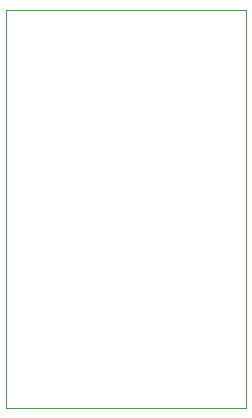
<source format=gbr>
G04 #@! TF.GenerationSoftware,KiCad,Pcbnew,5.1.5-52549c5~86~ubuntu19.10.1*
G04 #@! TF.CreationDate,2020-04-08T21:24:30+02:00*
G04 #@! TF.ProjectId,Universal-Relay-Board,556e6976-6572-4736-916c-2d52656c6179,rev?*
G04 #@! TF.SameCoordinates,Original*
G04 #@! TF.FileFunction,Profile,NP*
%FSLAX46Y46*%
G04 Gerber Fmt 4.6, Leading zero omitted, Abs format (unit mm)*
G04 Created by KiCad (PCBNEW 5.1.5-52549c5~86~ubuntu19.10.1) date 2020-04-08 21:24:30*
%MOMM*%
%LPD*%
G04 APERTURE LIST*
%ADD10C,0.050000*%
G04 APERTURE END LIST*
D10*
X129540000Y-76835000D02*
X109220000Y-76835000D01*
X129540000Y-43180000D02*
X129540000Y-76835000D01*
X109220000Y-43180000D02*
X129540000Y-43180000D01*
X109220000Y-76835000D02*
X109220000Y-43180000D01*
M02*

</source>
